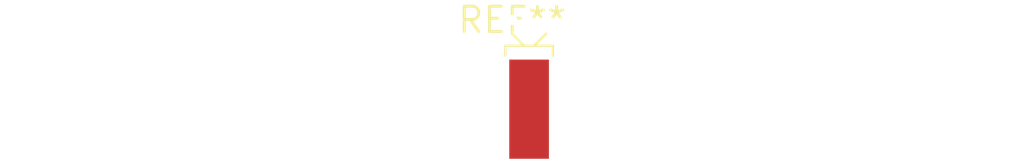
<source format=kicad_pcb>
(kicad_pcb (version 20240108) (generator pcbnew)
  (layers (0 "F.Cu" signal) (31 "B.Cu" signal) (34 "B.Paste" user) (35 "F.Paste" user) (36 "B.SilkS" user "B.Silkscreen") (37 "F.SilkS" user "F.Silkscreen") (38 "B.Mask" user) (39 "F.Mask" user) (44 "Edge.Cuts" user))
  (net 0 "")
  (footprint "Crystal_DS15_D1.5mm_L5.0mm_Horizontal_1EP_style1" (layer "F.Cu") (at 0 0)
    (property "Reference" "REF**")
    (property "Value" "Crystal_DS15_D1.5mm_L5.0mm_Horizontal_1EP_style1")
    (fp_line (start -0.35 1.3) (end 2.05 1.3) (layer "F.SilkS") (stroke (width 0.12)))
    (fp_line (start -0.35 1.8) (end -0.35 1.3) (layer "F.SilkS") (stroke (width 0.12)))
    (fp_line (start 0 0.7) (end 0 0.7) (layer "F.SilkS") (stroke (width 0.12)))
    (fp_line (start 0.6 1.3) (end 0 0.7) (layer "F.SilkS") (stroke (width 0.12)))
    (fp_line (start 1.1 1.3) (end 1.7 0.7) (layer "F.SilkS") (stroke (width 0.12)))
    (fp_line (start 1.7 0.7) (end 1.7 0.7) (layer "F.SilkS") (stroke (width 0.12)))
    (fp_line (start 2.05 1.3) (end 2.05 1.8) (layer "F.SilkS") (stroke (width 0.12)))
    (pad "1" thru_hole circle (at 0 0) (size 1 1) (drill 0.5) (layers *.Cu *.Mask) (remove_unused_layers))
    (pad "2" thru_hole circle (at 1.7 0) (size 1 1) (drill 0.5) (layers *.Cu *.Mask) (remove_unused_layers))
    (pad "3" smd rect (at 0.85 4.5) (size 2 5) (layers "F.Cu" "F.Paste" "F.Mask"))
  )
)
</source>
